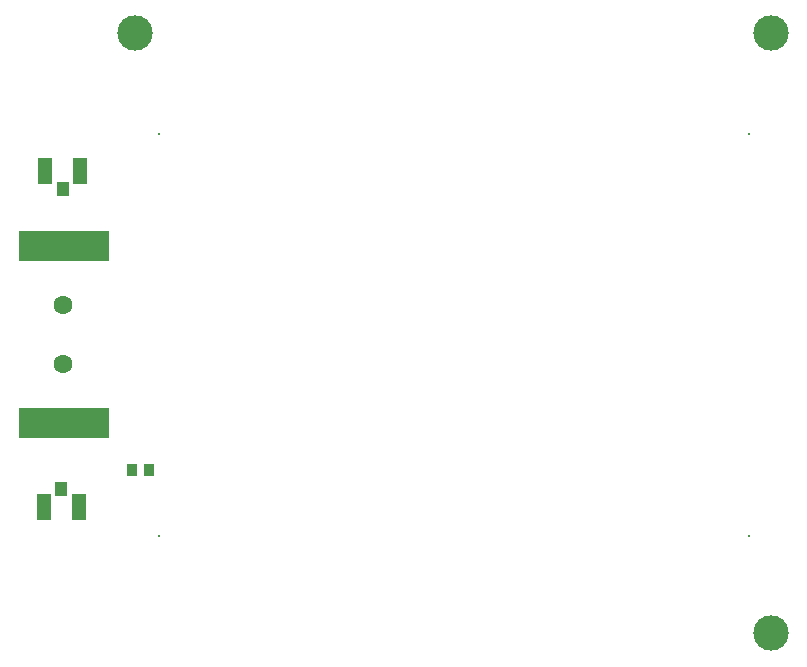
<source format=gts>
G04*
G04 #@! TF.GenerationSoftware,Altium Limited,Altium Designer,24.3.1 (35)*
G04*
G04 Layer_Color=8388736*
%FSLAX44Y44*%
%MOMM*%
G71*
G04*
G04 #@! TF.SameCoordinates,063D28A7-869B-49E0-B519-EA391C4CE498*
G04*
G04*
G04 #@! TF.FilePolarity,Negative*
G04*
G01*
G75*
%ADD18C,3.0000*%
%ADD19R,0.9016X1.1016*%
%ADD20R,7.6016X2.6016*%
%ADD21R,1.1016X1.1516*%
%ADD22R,1.1516X2.3016*%
%ADD23C,0.2032*%
%ADD24C,1.6016*%
D18*
X1195070Y610870D02*
D03*
Y1118870D02*
D03*
X656590D02*
D03*
D19*
X668920Y749300D02*
D03*
X654420D02*
D03*
D20*
X596900Y788600D02*
D03*
Y938600D02*
D03*
D21*
X594360Y732800D02*
D03*
X595630Y986780D02*
D03*
D22*
X579610Y717550D02*
D03*
X609110D02*
D03*
X610380Y1002030D02*
D03*
X580880D02*
D03*
D23*
X677100Y693600D02*
D03*
X1177100D02*
D03*
Y1033600D02*
D03*
X677100D02*
D03*
D24*
X595630Y888600D02*
D03*
Y838600D02*
D03*
M02*

</source>
